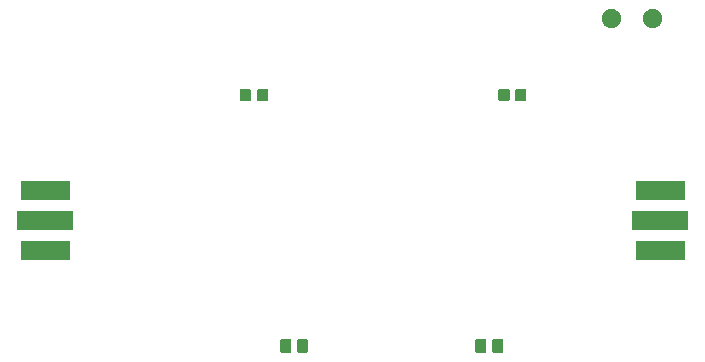
<source format=gbr>
G04 #@! TF.GenerationSoftware,KiCad,Pcbnew,5.1.2-f72e74a~84~ubuntu18.04.1*
G04 #@! TF.CreationDate,2019-07-11T09:37:04+02:00*
G04 #@! TF.ProjectId,kicad_filtre,6b696361-645f-4666-996c-7472652e6b69,rev?*
G04 #@! TF.SameCoordinates,Original*
G04 #@! TF.FileFunction,Soldermask,Top*
G04 #@! TF.FilePolarity,Negative*
%FSLAX46Y46*%
G04 Gerber Fmt 4.6, Leading zero omitted, Abs format (unit mm)*
G04 Created by KiCad (PCBNEW 5.1.2-f72e74a~84~ubuntu18.04.1) date 2019-07-11 09:37:04*
%MOMM*%
%LPD*%
G04 APERTURE LIST*
%ADD10C,0.100000*%
G04 APERTURE END LIST*
D10*
G36*
X145176230Y-134477688D02*
G01*
X145206334Y-134486820D01*
X145234078Y-134501649D01*
X145258395Y-134521605D01*
X145278351Y-134545922D01*
X145293180Y-134573666D01*
X145302312Y-134603770D01*
X145306000Y-134641216D01*
X145306000Y-135458784D01*
X145302312Y-135496230D01*
X145293180Y-135526334D01*
X145278351Y-135554078D01*
X145258395Y-135578395D01*
X145234078Y-135598351D01*
X145206334Y-135613180D01*
X145176230Y-135622312D01*
X145138784Y-135626000D01*
X144521216Y-135626000D01*
X144483770Y-135622312D01*
X144453666Y-135613180D01*
X144425922Y-135598351D01*
X144401605Y-135578395D01*
X144381649Y-135554078D01*
X144366820Y-135526334D01*
X144357688Y-135496230D01*
X144354000Y-135458784D01*
X144354000Y-134641216D01*
X144357688Y-134603770D01*
X144366820Y-134573666D01*
X144381649Y-134545922D01*
X144401605Y-134521605D01*
X144425922Y-134501649D01*
X144453666Y-134486820D01*
X144483770Y-134477688D01*
X144521216Y-134474000D01*
X145138784Y-134474000D01*
X145176230Y-134477688D01*
X145176230Y-134477688D01*
G37*
G36*
X130096230Y-134477688D02*
G01*
X130126334Y-134486820D01*
X130154078Y-134501649D01*
X130178395Y-134521605D01*
X130198351Y-134545922D01*
X130213180Y-134573666D01*
X130222312Y-134603770D01*
X130226000Y-134641216D01*
X130226000Y-135458784D01*
X130222312Y-135496230D01*
X130213180Y-135526334D01*
X130198351Y-135554078D01*
X130178395Y-135578395D01*
X130154078Y-135598351D01*
X130126334Y-135613180D01*
X130096230Y-135622312D01*
X130058784Y-135626000D01*
X129441216Y-135626000D01*
X129403770Y-135622312D01*
X129373666Y-135613180D01*
X129345922Y-135598351D01*
X129321605Y-135578395D01*
X129301649Y-135554078D01*
X129286820Y-135526334D01*
X129277688Y-135496230D01*
X129274000Y-135458784D01*
X129274000Y-134641216D01*
X129277688Y-134603770D01*
X129286820Y-134573666D01*
X129301649Y-134545922D01*
X129321605Y-134521605D01*
X129345922Y-134501649D01*
X129373666Y-134486820D01*
X129403770Y-134477688D01*
X129441216Y-134474000D01*
X130058784Y-134474000D01*
X130096230Y-134477688D01*
X130096230Y-134477688D01*
G37*
G36*
X128676230Y-134477688D02*
G01*
X128706334Y-134486820D01*
X128734078Y-134501649D01*
X128758395Y-134521605D01*
X128778351Y-134545922D01*
X128793180Y-134573666D01*
X128802312Y-134603770D01*
X128806000Y-134641216D01*
X128806000Y-135458784D01*
X128802312Y-135496230D01*
X128793180Y-135526334D01*
X128778351Y-135554078D01*
X128758395Y-135578395D01*
X128734078Y-135598351D01*
X128706334Y-135613180D01*
X128676230Y-135622312D01*
X128638784Y-135626000D01*
X128021216Y-135626000D01*
X127983770Y-135622312D01*
X127953666Y-135613180D01*
X127925922Y-135598351D01*
X127901605Y-135578395D01*
X127881649Y-135554078D01*
X127866820Y-135526334D01*
X127857688Y-135496230D01*
X127854000Y-135458784D01*
X127854000Y-134641216D01*
X127857688Y-134603770D01*
X127866820Y-134573666D01*
X127881649Y-134545922D01*
X127901605Y-134521605D01*
X127925922Y-134501649D01*
X127953666Y-134486820D01*
X127983770Y-134477688D01*
X128021216Y-134474000D01*
X128638784Y-134474000D01*
X128676230Y-134477688D01*
X128676230Y-134477688D01*
G37*
G36*
X146616230Y-134477688D02*
G01*
X146646334Y-134486820D01*
X146674078Y-134501649D01*
X146698395Y-134521605D01*
X146718351Y-134545922D01*
X146733180Y-134573666D01*
X146742312Y-134603770D01*
X146746000Y-134641216D01*
X146746000Y-135458784D01*
X146742312Y-135496230D01*
X146733180Y-135526334D01*
X146718351Y-135554078D01*
X146698395Y-135578395D01*
X146674078Y-135598351D01*
X146646334Y-135613180D01*
X146616230Y-135622312D01*
X146578784Y-135626000D01*
X145961216Y-135626000D01*
X145923770Y-135622312D01*
X145893666Y-135613180D01*
X145865922Y-135598351D01*
X145841605Y-135578395D01*
X145821649Y-135554078D01*
X145806820Y-135526334D01*
X145797688Y-135496230D01*
X145794000Y-135458784D01*
X145794000Y-134641216D01*
X145797688Y-134603770D01*
X145806820Y-134573666D01*
X145821649Y-134545922D01*
X145841605Y-134521605D01*
X145865922Y-134501649D01*
X145893666Y-134486820D01*
X145923770Y-134477688D01*
X145961216Y-134474000D01*
X146578784Y-134474000D01*
X146616230Y-134477688D01*
X146616230Y-134477688D01*
G37*
G36*
X162101000Y-127811000D02*
G01*
X157939000Y-127811000D01*
X157939000Y-126189000D01*
X162101000Y-126189000D01*
X162101000Y-127811000D01*
X162101000Y-127811000D01*
G37*
G36*
X110031000Y-127811000D02*
G01*
X105869000Y-127811000D01*
X105869000Y-126189000D01*
X110031000Y-126189000D01*
X110031000Y-127811000D01*
X110031000Y-127811000D01*
G37*
G36*
X110301000Y-125271000D02*
G01*
X105599000Y-125271000D01*
X105599000Y-123649000D01*
X110301000Y-123649000D01*
X110301000Y-125271000D01*
X110301000Y-125271000D01*
G37*
G36*
X162371000Y-125271000D02*
G01*
X157669000Y-125271000D01*
X157669000Y-123649000D01*
X162371000Y-123649000D01*
X162371000Y-125271000D01*
X162371000Y-125271000D01*
G37*
G36*
X110031000Y-122731000D02*
G01*
X105869000Y-122731000D01*
X105869000Y-121109000D01*
X110031000Y-121109000D01*
X110031000Y-122731000D01*
X110031000Y-122731000D01*
G37*
G36*
X162101000Y-122731000D02*
G01*
X157939000Y-122731000D01*
X157939000Y-121109000D01*
X162101000Y-121109000D01*
X162101000Y-122731000D01*
X162101000Y-122731000D01*
G37*
G36*
X126699618Y-113277965D02*
G01*
X126732433Y-113287919D01*
X126762665Y-113304079D01*
X126789170Y-113325830D01*
X126810921Y-113352335D01*
X126827081Y-113382567D01*
X126837035Y-113415382D01*
X126841000Y-113455640D01*
X126841000Y-114144360D01*
X126837035Y-114184618D01*
X126827081Y-114217433D01*
X126810921Y-114247665D01*
X126789170Y-114274170D01*
X126762665Y-114295921D01*
X126732433Y-114312081D01*
X126699618Y-114322035D01*
X126659360Y-114326000D01*
X126070640Y-114326000D01*
X126030382Y-114322035D01*
X125997567Y-114312081D01*
X125967335Y-114295921D01*
X125940830Y-114274170D01*
X125919079Y-114247665D01*
X125902919Y-114217433D01*
X125892965Y-114184618D01*
X125889000Y-114144360D01*
X125889000Y-113455640D01*
X125892965Y-113415382D01*
X125902919Y-113382567D01*
X125919079Y-113352335D01*
X125940830Y-113325830D01*
X125967335Y-113304079D01*
X125997567Y-113287919D01*
X126030382Y-113277965D01*
X126070640Y-113274000D01*
X126659360Y-113274000D01*
X126699618Y-113277965D01*
X126699618Y-113277965D01*
G37*
G36*
X148534618Y-113277965D02*
G01*
X148567433Y-113287919D01*
X148597665Y-113304079D01*
X148624170Y-113325830D01*
X148645921Y-113352335D01*
X148662081Y-113382567D01*
X148672035Y-113415382D01*
X148676000Y-113455640D01*
X148676000Y-114144360D01*
X148672035Y-114184618D01*
X148662081Y-114217433D01*
X148645921Y-114247665D01*
X148624170Y-114274170D01*
X148597665Y-114295921D01*
X148567433Y-114312081D01*
X148534618Y-114322035D01*
X148494360Y-114326000D01*
X147905640Y-114326000D01*
X147865382Y-114322035D01*
X147832567Y-114312081D01*
X147802335Y-114295921D01*
X147775830Y-114274170D01*
X147754079Y-114247665D01*
X147737919Y-114217433D01*
X147727965Y-114184618D01*
X147724000Y-114144360D01*
X147724000Y-113455640D01*
X147727965Y-113415382D01*
X147737919Y-113382567D01*
X147754079Y-113352335D01*
X147775830Y-113325830D01*
X147802335Y-113304079D01*
X147832567Y-113287919D01*
X147865382Y-113277965D01*
X147905640Y-113274000D01*
X148494360Y-113274000D01*
X148534618Y-113277965D01*
X148534618Y-113277965D01*
G37*
G36*
X147134618Y-113277965D02*
G01*
X147167433Y-113287919D01*
X147197665Y-113304079D01*
X147224170Y-113325830D01*
X147245921Y-113352335D01*
X147262081Y-113382567D01*
X147272035Y-113415382D01*
X147276000Y-113455640D01*
X147276000Y-114144360D01*
X147272035Y-114184618D01*
X147262081Y-114217433D01*
X147245921Y-114247665D01*
X147224170Y-114274170D01*
X147197665Y-114295921D01*
X147167433Y-114312081D01*
X147134618Y-114322035D01*
X147094360Y-114326000D01*
X146505640Y-114326000D01*
X146465382Y-114322035D01*
X146432567Y-114312081D01*
X146402335Y-114295921D01*
X146375830Y-114274170D01*
X146354079Y-114247665D01*
X146337919Y-114217433D01*
X146327965Y-114184618D01*
X146324000Y-114144360D01*
X146324000Y-113455640D01*
X146327965Y-113415382D01*
X146337919Y-113382567D01*
X146354079Y-113352335D01*
X146375830Y-113325830D01*
X146402335Y-113304079D01*
X146432567Y-113287919D01*
X146465382Y-113277965D01*
X146505640Y-113274000D01*
X147094360Y-113274000D01*
X147134618Y-113277965D01*
X147134618Y-113277965D01*
G37*
G36*
X125234618Y-113277965D02*
G01*
X125267433Y-113287919D01*
X125297665Y-113304079D01*
X125324170Y-113325830D01*
X125345921Y-113352335D01*
X125362081Y-113382567D01*
X125372035Y-113415382D01*
X125376000Y-113455640D01*
X125376000Y-114144360D01*
X125372035Y-114184618D01*
X125362081Y-114217433D01*
X125345921Y-114247665D01*
X125324170Y-114274170D01*
X125297665Y-114295921D01*
X125267433Y-114312081D01*
X125234618Y-114322035D01*
X125194360Y-114326000D01*
X124605640Y-114326000D01*
X124565382Y-114322035D01*
X124532567Y-114312081D01*
X124502335Y-114295921D01*
X124475830Y-114274170D01*
X124454079Y-114247665D01*
X124437919Y-114217433D01*
X124427965Y-114184618D01*
X124424000Y-114144360D01*
X124424000Y-113455640D01*
X124427965Y-113415382D01*
X124437919Y-113382567D01*
X124454079Y-113352335D01*
X124475830Y-113325830D01*
X124502335Y-113304079D01*
X124532567Y-113287919D01*
X124565382Y-113277965D01*
X124605640Y-113274000D01*
X125194360Y-113274000D01*
X125234618Y-113277965D01*
X125234618Y-113277965D01*
G37*
G36*
X159622142Y-106533242D02*
G01*
X159770101Y-106594529D01*
X159903255Y-106683499D01*
X160016501Y-106796745D01*
X160105471Y-106929899D01*
X160166758Y-107077858D01*
X160198000Y-107234925D01*
X160198000Y-107395075D01*
X160166758Y-107552142D01*
X160105471Y-107700101D01*
X160016501Y-107833255D01*
X159903255Y-107946501D01*
X159770101Y-108035471D01*
X159622142Y-108096758D01*
X159465075Y-108128000D01*
X159304925Y-108128000D01*
X159147858Y-108096758D01*
X158999899Y-108035471D01*
X158866745Y-107946501D01*
X158753499Y-107833255D01*
X158664529Y-107700101D01*
X158603242Y-107552142D01*
X158572000Y-107395075D01*
X158572000Y-107234925D01*
X158603242Y-107077858D01*
X158664529Y-106929899D01*
X158753499Y-106796745D01*
X158866745Y-106683499D01*
X158999899Y-106594529D01*
X159147858Y-106533242D01*
X159304925Y-106502000D01*
X159465075Y-106502000D01*
X159622142Y-106533242D01*
X159622142Y-106533242D01*
G37*
G36*
X156122142Y-106533242D02*
G01*
X156270101Y-106594529D01*
X156403255Y-106683499D01*
X156516501Y-106796745D01*
X156605471Y-106929899D01*
X156666758Y-107077858D01*
X156698000Y-107234925D01*
X156698000Y-107395075D01*
X156666758Y-107552142D01*
X156605471Y-107700101D01*
X156516501Y-107833255D01*
X156403255Y-107946501D01*
X156270101Y-108035471D01*
X156122142Y-108096758D01*
X155965075Y-108128000D01*
X155804925Y-108128000D01*
X155647858Y-108096758D01*
X155499899Y-108035471D01*
X155366745Y-107946501D01*
X155253499Y-107833255D01*
X155164529Y-107700101D01*
X155103242Y-107552142D01*
X155072000Y-107395075D01*
X155072000Y-107234925D01*
X155103242Y-107077858D01*
X155164529Y-106929899D01*
X155253499Y-106796745D01*
X155366745Y-106683499D01*
X155499899Y-106594529D01*
X155647858Y-106533242D01*
X155804925Y-106502000D01*
X155965075Y-106502000D01*
X156122142Y-106533242D01*
X156122142Y-106533242D01*
G37*
M02*

</source>
